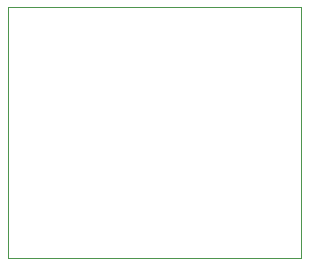
<source format=gbr>
%TF.GenerationSoftware,KiCad,Pcbnew,7.0.2*%
%TF.CreationDate,2023-12-05T19:44:14+00:00*%
%TF.ProjectId,rxhardware,72786861-7264-4776-9172-652e6b696361,rev?*%
%TF.SameCoordinates,Original*%
%TF.FileFunction,Profile,NP*%
%FSLAX46Y46*%
G04 Gerber Fmt 4.6, Leading zero omitted, Abs format (unit mm)*
G04 Created by KiCad (PCBNEW 7.0.2) date 2023-12-05 19:44:14*
%MOMM*%
%LPD*%
G01*
G04 APERTURE LIST*
%TA.AperFunction,Profile*%
%ADD10C,0.100000*%
%TD*%
G04 APERTURE END LIST*
D10*
X172068000Y-78722000D02*
X172068000Y-99998000D01*
X147234000Y-78722000D02*
X172068000Y-78722000D01*
X147234000Y-99996000D02*
X147234000Y-78722000D01*
X172071000Y-99996000D02*
X147234000Y-99996000D01*
M02*

</source>
